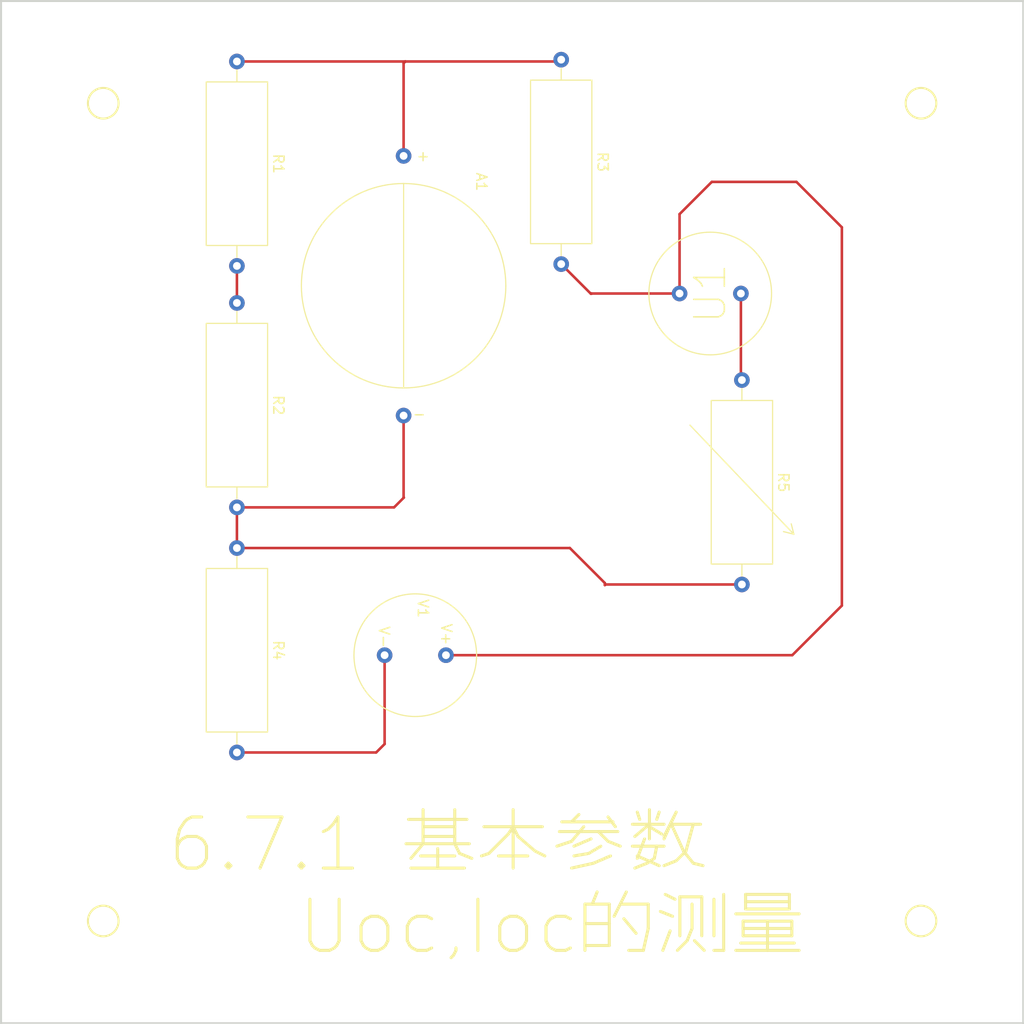
<source format=kicad_pcb>
(kicad_pcb (version 20211014) (generator pcbnew)
  (layers (0 "F.Cu" signal) (31 "B.Cu" signal) (34 "B.Paste" user) (35 "F.Paste" user) (36 "B.SilkS" user "B.Silkscreen") (37 "F.SilkS" user "F.Silkscreen") (38 "B.Mask" user) (39 "F.Mask" user) (44 "Edge.Cuts" user))
  (net 0 "")
  (net 1 "Net-(A1-Pad1)")
  (net 2 "Net-(A1-Pad2)")
  (net 3 "Net-(R1-Pad2)")
  (net 4 "Net-(R3-Pad2)")
  (net 5 "Net-(R4-Pad2)")
  (net 6 "Net-(R5-Pad1)")
  (footprint "test2021:Rv" (layer "F.Cu") (at 84.4804 59.0804 -90)
    (fp_text reference "R5" (at 0 -4.064 -90 unlocked) (layer "F.SilkS"))
    (fp_text value "R_Variable")
    (fp_line (start 4.064 -4.826) (end 5.08 -5.08) (layer "F.SilkS") (width 0.12))
    (fp_line (start -8 0) (end -9.144 0) (layer "F.SilkS") (width 0.12))
    (fp_line (start 5.08 -5.08) (end -5.588 5.08) (layer "F.SilkS") (width 0.12))
    (fp_line (start 8 0) (end 9.144 0) (layer "F.SilkS") (width 0.12))
    (fp_line (start 5.08 -5.08) (end 4.826 -4.064) (layer "F.SilkS") (width 0.12))
    (fp_rect (start -8 -3) (end 8 3) (layer "F.SilkS") (width 0.12) (fill none))
    (pad "1" thru_hole circle (at -10 0 270) (size 1.524 1.524) (drill 0.762) (layers *.Cu *.Mask) (net 6 "Net-(R5-Pad1)"))
    (pad "2" thru_hole circle (at 10 0 270) (size 1.524 1.524) (drill 0.762) (layers *.Cu *.Mask) (net 2 "Net-(A1-Pad2)"))
  )
  (footprint "test2021:Vs" (layer "F.Cu") (at 52.5272 75.9968 -90)
    (fp_text reference "V1" (at -4.572 -0.762 -90 unlocked) (layer "F.SilkS"))
    (fp_text value "Es")
    (fp_text user "V-" (at -1.778 3.048 -90 unlocked) (layer "F.SilkS"))
    (fp_text user "V+" (at -2.032 -3.048 -90 unlocked) (layer "F.SilkS"))
    (fp_circle (center 0 0) (end 6 0) (layer "F.SilkS") (width 0.12) (fill none))
    (pad "1" thru_hole circle (at 0 -3 270) (size 1.524 1.524) (drill 0.762) (layers *.Cu *.Mask) (net 4 "Net-(R3-Pad2)"))
    (pad "2" thru_hole circle (at 0 3 270) (size 1.524 1.524) (drill 0.762) (layers *.Cu *.Mask) (net 5 "Net-(R4-Pad2)"))
  )
  (footprint "test2021:R" (layer "F.Cu") (at 35.0774 27.9146 -90)
    (fp_text reference "R1" (at 0 -4.064 -90 unlocked) (layer "F.SilkS"))
    (fp_text value "R")
    (fp_line (start 8 0) (end 9.144 0) (layer "F.SilkS") (width 0.12))
    (fp_line (start -8 0) (end -9.144 0) (layer "F.SilkS") (width 0.12))
    (fp_rect (start -8 -3) (end 8 3) (layer "F.SilkS") (width 0.12) (fill none))
    (pad "1" thru_hole circle (at -10 0 270) (size 1.524 1.524) (drill 0.762) (layers *.Cu *.Mask) (net 1 "Net-(A1-Pad1)"))
    (pad "2" thru_hole circle (at 10 0 270) (size 1.524 1.524) (drill 0.762) (layers *.Cu *.Mask) (net 3 "Net-(R1-Pad2)"))
  )
  (footprint "test2021:R" (layer "F.Cu") (at 35.0774 75.5142 -90)
    (fp_text reference "R4" (at 0 -4.064 -90 unlocked) (layer "F.SilkS"))
    (fp_text value "R")
    (fp_line (start 8 0) (end 9.144 0) (layer "F.SilkS") (width 0.12))
    (fp_line (start -8 0) (end -9.144 0) (layer "F.SilkS") (width 0.12))
    (fp_rect (start -8 -3) (end 8 3) (layer "F.SilkS") (width 0.12) (fill none))
    (pad "1" thru_hole circle (at -10 0 270) (size 1.524 1.524) (drill 0.762) (layers *.Cu *.Mask) (net 2 "Net-(A1-Pad2)"))
    (pad "2" thru_hole circle (at 10 0 270) (size 1.524 1.524) (drill 0.762) (layers *.Cu *.Mask) (net 5 "Net-(R4-Pad2)"))
  )
  (footprint "test2021:R" (layer "F.Cu") (at 66.802 27.7368 -90)
    (fp_text reference "R3" (at 0 -4.064 -90 unlocked) (layer "F.SilkS"))
    (fp_text value "R")
    (fp_line (start -8 0) (end -9.144 0) (layer "F.SilkS") (width 0.12))
    (fp_line (start 8 0) (end 9.144 0) (layer "F.SilkS") (width 0.12))
    (fp_rect (start -8 -3) (end 8 3) (layer "F.SilkS") (width 0.12) (fill none))
    (pad "1" thru_hole circle (at -10 0 270) (size 1.524 1.524) (drill 0.762) (layers *.Cu *.Mask) (net 1 "Net-(A1-Pad1)"))
    (pad "2" thru_hole circle (at 10 0 270) (size 1.524 1.524) (drill 0.762) (layers *.Cu *.Mask) (net 4 "Net-(R3-Pad2)"))
  )
  (footprint "test2021:Multimeter" (layer "F.Cu") (at 81.3816 40.6146 90)
    (fp_text reference "U1" (at 0 0 90 unlocked) (layer "F.SilkS") (effects (font (size 3 3))))
    (fp_text value "mA")
    (fp_circle (center 0 0) (end 6 0) (layer "F.SilkS") (width 0.12) (fill none))
    (pad "1" thru_hole circle (at 0 -3 90) (size 1.524 1.524) (drill 0.762) (layers *.Cu *.Mask) (net 4 "Net-(R3-Pad2)"))
    (pad "2" thru_hole circle (at 0 3 90) (size 1.524 1.524) (drill 0.762) (layers *.Cu *.Mask) (net 6 "Net-(R5-Pad1)"))
  )
  (footprint "test2021:Is" (layer "F.Cu") (at 51.3842 39.8526 -90)
    (fp_text reference "A1" (at -10.16 -7.62 -90 unlocked) (layer "F.SilkS"))
    (fp_text value "Is")
    (fp_text user "-" (at 12.7 -1.524 180 unlocked) (layer "F.SilkS"))
    (fp_text user "+" (at -12.5476 -1.905 180 unlocked) (layer "F.SilkS"))
    (fp_line (start -10 0) (end 10 0) (layer "F.SilkS") (width 0.12))
    (fp_circle (center 0 0) (end 10 0) (layer "F.SilkS") (width 0.12) (fill none))
    (pad "1" thru_hole circle (at -12.7 0 270) (size 1.524 1.524) (drill 0.762) (layers *.Cu *.Mask) (net 1 "Net-(A1-Pad1)"))
    (pad "2" thru_hole circle (at 12.7 0 270) (size 1.524 1.524) (drill 0.762) (layers *.Cu *.Mask) (net 2 "Net-(A1-Pad2)"))
  )
  (footprint "test2021:R" (layer "F.Cu") (at 35.0774 51.5366 -90)
    (fp_text reference "R2" (at 0 -4.064 -90 unlocked) (layer "F.SilkS"))
    (fp_text value "R")
    (fp_line (start -8 0) (end -9.144 0) (layer "F.SilkS") (width 0.12))
    (fp_line (start 8 0) (end 9.144 0) (layer "F.SilkS") (width 0.12))
    (fp_rect (start -8 -3) (end 8 3) (layer "F.SilkS") (width 0.12) (fill none))
    (pad "1" thru_hole circle (at -10 0 270) (size 1.524 1.524) (drill 0.762) (layers *.Cu *.Mask) (net 3 "Net-(R1-Pad2)"))
    (pad "2" thru_hole circle (at 10 0 270) (size 1.524 1.524) (drill 0.762) (layers *.Cu *.Mask) (net 2 "Net-(A1-Pad2)"))
  )
  (gr_circle (center 22 22) (end 23.5 22) (layer "F.SilkS") (width 0.2) (fill none))
  (gr_circle (center 22 102) (end 23.5 102) (layer "F.SilkS") (width 0.2) (fill none))
  (gr_circle (center 102 22) (end 103.5 22) (layer "F.SilkS") (width 0.2) (fill none))
  (gr_circle (center 102 102) (end 103.5 102) (layer "F.SilkS") (width 0.2) (fill none))
  (gr_rect (start 12 12) (end 112 112) (layer "Edge.Cuts") (width 0.2) (fill none))
  (gr_text "6.7.1 基本参数\n      Uoc,Ioc的测量" (at 54.483 98.552) (layer "F.SilkS") (effects (font (size 5 5) (thickness 0.3))))
  (segment (start 66.6242 17.9146) (end 66.802 17.7368) (width 0.25) (layer "F.Cu") (net 1))
  (segment (start 51.3842 27.1526) (end 51.3842 18.0848) (width 0.25) (layer "F.Cu") (net 1))
  (segment (start 51.5544 17.9146) (end 66.6242 17.9146) (width 0.25) (layer "F.Cu") (net 1))
  (segment (start 35.0774 17.9146) (end 51.5544 17.9146) (width 0.25) (layer "F.Cu") (net 1))
  (segment (start 51.3842 18.0848) (end 51.5544 17.9146) (width 0.25) (layer "F.Cu") (net 1))
  (segment (start 71.1276 69.0804) (end 84.4804 69.0804) (width 0.25) (layer "F.Cu") (net 2))
  (segment (start 71.0692 69.1388) (end 71.1276 69.0804) (width 0.25) (layer "F.Cu") (net 2))
  (segment (start 67.6478 65.5142) (end 71.0692 68.9356) (width 0.25) (layer "F.Cu") (net 2))
  (segment (start 35.0774 65.5142) (end 67.6478 65.5142) (width 0.25) (layer "F.Cu") (net 2))
  (segment (start 71.0692 68.9356) (end 71.0692 69.1388) (width 0.25) (layer "F.Cu") (net 2))
  (segment (start 51.3842 60.5536) (end 51.3842 52.5526) (width 0.25) (layer "F.Cu") (net 2))
  (segment (start 50.452 61.5366) (end 51.4096 60.579) (width 0.25) (layer "F.Cu") (net 2))
  (segment (start 35.0774 61.5366) (end 50.452 61.5366) (width 0.25) (layer "F.Cu") (net 2))
  (segment (start 51.4096 60.579) (end 51.3842 60.5536) (width 0.25) (layer "F.Cu") (net 2))
  (segment (start 35.0774 61.5366) (end 35.0774 65.5828) (width 0.25) (layer "F.Cu") (net 2))
  (segment (start 35.0774 37.9146) (end 35.0774 41.5366) (width 0.25) (layer "F.Cu") (net 3))
  (segment (start 94.2594 71.1454) (end 94.2594 34.1376) (width 0.25) (layer "F.Cu") (net 4))
  (segment (start 89.408 75.9968) (end 94.2594 71.1454) (width 0.25) (layer "F.Cu") (net 4))
  (segment (start 81.534 29.6926) (end 78.3816 32.845) (width 0.25) (layer "F.Cu") (net 4))
  (segment (start 69.7052 40.64) (end 69.7484 40.64) (width 0.25) (layer "F.Cu") (net 4))
  (segment (start 66.802 37.7368) (end 69.7052 40.64) (width 0.25) (layer "F.Cu") (net 4))
  (segment (start 94.2594 34.1376) (end 89.8144 29.6926) (width 0.25) (layer "F.Cu") (net 4))
  (segment (start 55.5272 75.9968) (end 89.408 75.9968) (width 0.25) (layer "F.Cu") (net 4))
  (segment (start 78.3816 32.845) (end 78.3816 40.6146) (width 0.25) (layer "F.Cu") (net 4))
  (segment (start 89.8144 29.6926) (end 81.534 29.6926) (width 0.25) (layer "F.Cu") (net 4))
  (segment (start 69.7738 40.6146) (end 78.3816 40.6146) (width 0.25) (layer "F.Cu") (net 4))
  (segment (start 69.7484 40.64) (end 69.7738 40.6146) (width 0.25) (layer "F.Cu") (net 4))
  (segment (start 48.6994 85.5142) (end 49.5272 84.6864) (width 0.25) (layer "F.Cu") (net 5))
  (segment (start 49.5272 84.6864) (end 49.5272 75.9968) (width 0.25) (layer "F.Cu") (net 5))
  (segment (start 35.0774 85.5142) (end 48.6994 85.5142) (width 0.25) (layer "F.Cu") (net 5))
  (segment (start 84.3816 40.6146) (end 84.3816 48.9816) (width 0.25) (layer "F.Cu") (net 6))
  (segment (start 84.3816 48.9816) (end 84.4804 49.0804) (width 0.25) (layer "F.Cu") (net 6))
)
</source>
